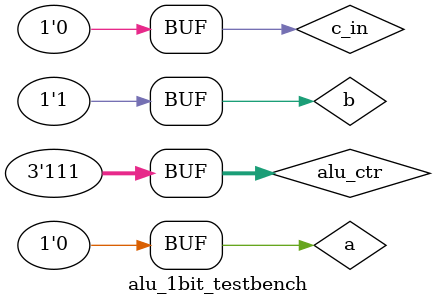
<source format=v>
module alu_1bit_testbench();
	reg a,b,c_in;
	reg [2:0] alu_ctr;
	wire r,c_out;
	alu_1bit my_alu(r,c_out,a,b,c_in,alu_ctr);
	initial begin
	a = 1'b0; b =1'b0; c_in = 1'b0; alu_ctr =3'b000; //and
	#20;
	a = 1'b1; b =1'b0; c_in = 1'b0; alu_ctr =3'b001; //or
	#20;
	a = 1'b1; b =1'b1; c_in = 1'b1; alu_ctr =3'b010; //add
	#20;
	a = 1'b1; b =1'b1; c_in = 1'b1; alu_ctr =3'b110; //sub
	#20;
	a = 1'b0; b =1'b1; c_in = 1'b0; alu_ctr =3'b111; //xor
	#20;
	end
	initial begin
	$monitor("time=%2d,a=%1b,b=%1b,alu_ctr=%3b,cin=%1b,r=%1b,cout=%1b"
	          ,$time,a,b,alu_ctr,c_in,r,c_out);
	end
endmodule
</source>
